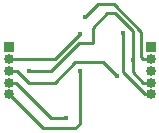
<source format=gbr>
G04 #@! TF.GenerationSoftware,KiCad,Pcbnew,(5.1.9)-1*
G04 #@! TF.CreationDate,2021-02-13T14:42:14-08:00*
G04 #@! TF.ProjectId,ufc_v4_comm,7566635f-7634-45f6-936f-6d6d2e6b6963,rev?*
G04 #@! TF.SameCoordinates,Original*
G04 #@! TF.FileFunction,Copper,L2,Bot*
G04 #@! TF.FilePolarity,Positive*
%FSLAX46Y46*%
G04 Gerber Fmt 4.6, Leading zero omitted, Abs format (unit mm)*
G04 Created by KiCad (PCBNEW (5.1.9)-1) date 2021-02-13 14:42:14*
%MOMM*%
%LPD*%
G01*
G04 APERTURE LIST*
G04 #@! TA.AperFunction,ComponentPad*
%ADD10O,0.850000X0.850000*%
G04 #@! TD*
G04 #@! TA.AperFunction,ComponentPad*
%ADD11R,0.850000X0.850000*%
G04 #@! TD*
G04 #@! TA.AperFunction,ViaPad*
%ADD12C,0.450000*%
G04 #@! TD*
G04 #@! TA.AperFunction,Conductor*
%ADD13C,0.250000*%
G04 #@! TD*
G04 APERTURE END LIST*
D10*
X152945000Y-61190000D03*
X152945000Y-60190000D03*
X152945000Y-59190000D03*
X152945000Y-58190000D03*
D11*
X152945000Y-57190000D03*
X164945000Y-57190000D03*
D10*
X164945000Y-58190000D03*
X164945000Y-59190000D03*
X164945000Y-60190000D03*
X164945000Y-61190000D03*
D12*
X158993500Y-56063500D03*
X162097891Y-59619500D03*
X159390851Y-54674022D03*
X162613506Y-56029373D03*
X154675500Y-59175000D03*
X163429834Y-58244912D03*
X157787000Y-63175500D03*
X158930000Y-59175000D03*
D13*
X156867000Y-58190000D02*
X158993500Y-56063500D01*
X152945000Y-58190000D02*
X156867000Y-58190000D01*
X160928389Y-58449998D02*
X162097891Y-59619500D01*
X153617496Y-59190000D02*
X154618496Y-60191000D01*
X154618496Y-60191000D02*
X156840996Y-60191000D01*
X152945000Y-59190000D02*
X153617496Y-59190000D01*
X158581998Y-58449998D02*
X160928389Y-58449998D01*
X156840996Y-60191000D02*
X158581998Y-58449998D01*
X160506872Y-53558001D02*
X159390851Y-54674022D01*
X164295000Y-58190000D02*
X164154836Y-58049835D01*
X164154836Y-55899097D02*
X161813740Y-53558001D01*
X164945000Y-58190000D02*
X164295000Y-58190000D01*
X164154836Y-58049835D02*
X164154836Y-55899097D01*
X161813740Y-53558001D02*
X160506872Y-53558001D01*
X164945000Y-61190000D02*
X164482393Y-61190000D01*
X164482393Y-61190000D02*
X162613506Y-59321113D01*
X162613506Y-59321113D02*
X162613506Y-56029373D01*
X161955572Y-54336244D02*
X163429834Y-55810506D01*
X161259568Y-54336244D02*
X161955572Y-54336244D01*
X164343960Y-60190000D02*
X163429834Y-59275874D01*
X158853880Y-56839530D02*
X160037689Y-56839530D01*
X164945000Y-60190000D02*
X164343960Y-60190000D01*
X154675500Y-59175000D02*
X156518410Y-59175000D01*
X160037689Y-55558123D02*
X161259568Y-54336244D01*
X163429834Y-55810506D02*
X163429834Y-58244912D01*
X156518410Y-59175000D02*
X158853880Y-56839530D01*
X160037689Y-56839530D02*
X160037689Y-55558123D01*
X163429834Y-59275874D02*
X163429834Y-58244912D01*
X152945000Y-60190000D02*
X153546040Y-60190000D01*
X153546040Y-60190000D02*
X156531540Y-63175500D01*
X156531540Y-63175500D02*
X157787000Y-63175500D01*
X152945000Y-61190000D02*
X155819500Y-64064500D01*
X155819500Y-64064500D02*
X158549000Y-64064500D01*
X158930000Y-63683500D02*
X158930000Y-59175000D01*
X158549000Y-64064500D02*
X158930000Y-63683500D01*
M02*

</source>
